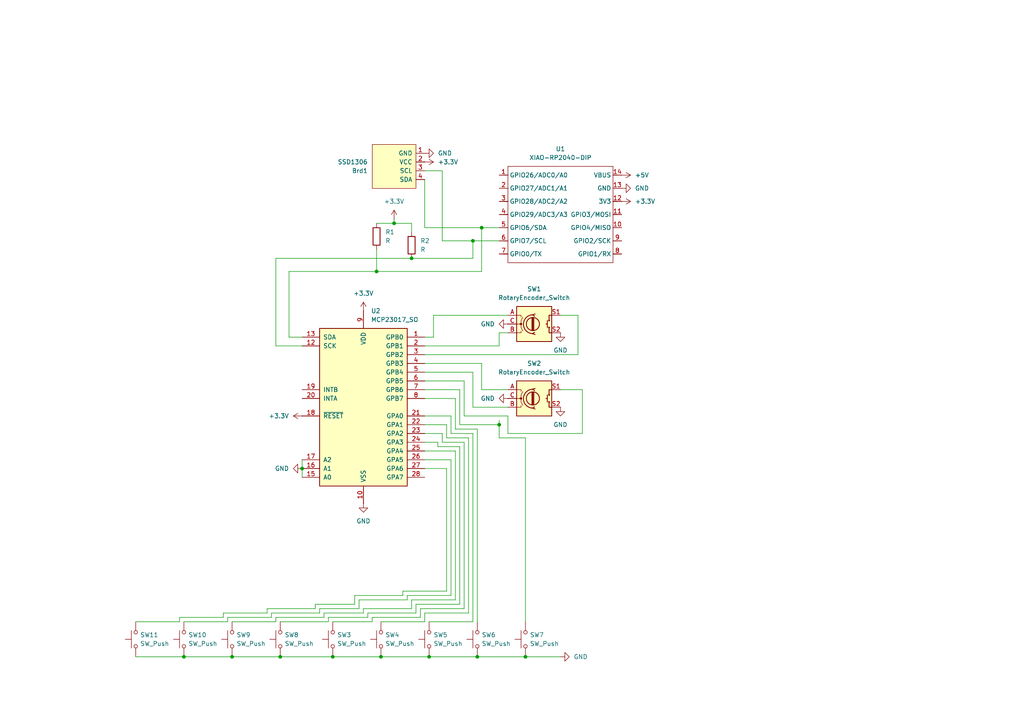
<source format=kicad_sch>
(kicad_sch (version 20231120) (generator "eeschema") (generator_version "8.0")
  (paper "A4")
  (lib_symbols
    (symbol "Device:R" (pin_numbers hide) (pin_names (offset 0))
      (property "Reference" "R" (at 2.032 0 90))
      (property "Value" "R" (at 0 0 90))
      (symbol "R_0_1"
        (rectangle (start -1.016 -2.54) (end 1.016 2.54) (stroke (width 0.254)))
      )
      (symbol "R_1_1"
        (pin passive line (at 0 3.81 270) (length 1.27) (name "~") (number "1"))
        (pin passive line (at 0 -3.81 90) (length 1.27) (name "~") (number "2"))
      )
    )
    (symbol "Device:RotaryEncoder_Switch" (pin_names (offset 0.254) hide)
      (property "Reference" "SW" (at 0 6.604 0))
      (property "Value" "RotaryEncoder_Switch" (at 0 -6.604 0))
      (symbol "RotaryEncoder_Switch_0_1"
        (rectangle (start -5.08 5.08) (end 5.08 -5.08) (stroke (width 0.254)) (fill (type background)))
        (circle (center -3.81 0) (radius 0.254) (fill (type outline)))
        (circle (center -0.381 0) (radius 1.905) (stroke (width 0.254)))
        (arc (start -0.381 2.667) (mid -3.0988 -0.0635) (end -0.381 -2.794) (stroke (width 0.254)))
        (polyline (pts (xy -0.635 -1.778) (xy -0.635 1.778)) (stroke (width 0.254)))
        (polyline (pts (xy -0.381 -1.778) (xy -0.381 1.778)) (stroke (width 0.254)))
        (polyline (pts (xy -0.127 1.778) (xy -0.127 -1.778)) (stroke (width 0.254)))
        (polyline (pts (xy 3.81 0) (xy 3.429 0)) (stroke (width 0.254)))
        (polyline (pts (xy 3.81 1.016) (xy 3.81 -1.016)) (stroke (width 0.254)))
        (polyline (pts (xy -5.08 -2.54) (xy -3.81 -2.54) (xy -3.81 -2.032)))
        (polyline (pts (xy -5.08 2.54) (xy -3.81 2.54) (xy -3.81 2.032)))
        (polyline (pts (xy 0.254 -3.048) (xy -0.508 -2.794) (xy 0.127 -2.413)) (stroke (width 0.254)))
        (polyline (pts (xy 0.254 2.921) (xy -0.508 2.667) (xy 0.127 2.286)) (stroke (width 0.254)))
        (polyline (pts (xy 5.08 -2.54) (xy 4.318 -2.54) (xy 4.318 -1.016)) (stroke (width 0.254)))
        (polyline (pts (xy 5.08 2.54) (xy 4.318 2.54) (xy 4.318 1.016)) (stroke (width 0.254)))
        (polyline (pts (xy -5.08 0) (xy -3.81 0) (xy -3.81 -1.016) (xy -3.302 -2.032)))
        (polyline (pts (xy -4.318 0) (xy -3.81 0) (xy -3.81 1.016) (xy -3.302 2.032)))
        (circle (center 4.318 -1.016) (radius 0.127) (stroke (width 0.254)))
        (circle (center 4.318 1.016) (radius 0.127) (stroke (width 0.254)))
      )
      (symbol "RotaryEncoder_Switch_1_1"
        (pin passive line (at -7.62 2.54 0) (length 2.54) (name "A") (number "A"))
        (pin passive line (at -7.62 -2.54 0) (length 2.54) (name "B") (number "B"))
        (pin passive line (at -7.62 0 0) (length 2.54) (name "C") (number "C"))
        (pin passive line (at 7.62 2.54 180) (length 2.54) (name "S1") (number "S1"))
        (pin passive line (at 7.62 -2.54 180) (length 2.54) (name "S2") (number "S2"))
      )
    )
    (symbol "Interface_Expansion:MCP23017_SO" (pin_names (offset 1.016))
      (property "Reference" "U" (at -11.43 24.13 0))
      (property "Value" "MCP23017_SO" (at 0 0 0))
      (symbol "MCP23017_SO_0_1"
        (rectangle (start -12.7 22.86) (end 12.7 -22.86) (stroke (width 0.254)) (fill (type background)))
      )
      (symbol "MCP23017_SO_1_1"
        (pin bidirectional line (at 17.78 20.32 180) (length 5.08) (name "GPB0") (number "1"))
        (pin power_in line (at 0 -27.94 90) (length 5.08) (name "VSS") (number "10"))
        (pin no_connect line (at -12.7 15.24 0) (length 5.08) hide (name "NC") (number "11"))
        (pin input line (at -17.78 17.78 0) (length 5.08) (name "SCK") (number "12"))
        (pin bidirectional line (at -17.78 20.32 0) (length 5.08) (name "SDA") (number "13"))
        (pin no_connect line (at -12.7 12.7 0) (length 5.08) hide (name "NC") (number "14"))
        (pin input line (at -17.78 -20.32 0) (length 5.08) (name "A0") (number "15"))
        (pin input line (at -17.78 -17.78 0) (length 5.08) (name "A1") (number "16"))
        (pin input line (at -17.78 -15.24 0) (length 5.08) (name "A2") (number "17"))
        (pin input line (at -17.78 -2.54 0) (length 5.08) (name "~{RESET}") (number "18"))
        (pin tri_state line (at -17.78 5.08 0) (length 5.08) (name "INTB") (number "19"))
        (pin bidirectional line (at 17.78 17.78 180) (length 5.08) (name "GPB1") (number "2"))
        (pin tri_state line (at -17.78 2.54 0) (length 5.08) (name "INTA") (number "20"))
        (pin bidirectional line (at 17.78 -2.54 180) (length 5.08) (name "GPA0") (number "21"))
        (pin bidirectional line (at 17.78 -5.08 180) (length 5.08) (name "GPA1") (number "22"))
        (pin bidirectional line (at 17.78 -7.62 180) (length 5.08) (name "GPA2") (number "23"))
        (pin bidirectional line (at 17.78 -10.16 180) (length 5.08) (name "GPA3") (number "24"))
        (pin bidirectional line (at 17.78 -12.7 180) (length 5.08) (name "GPA4") (number "25"))
        (pin bidirectional line (at 17.78 -15.24 180) (length 5.08) (name "GPA5") (number "26"))
        (pin bidirectional line (at 17.78 -17.78 180) (length 5.08) (name "GPA6") (number "27"))
        (pin output line (at 17.78 -20.32 180) (length 5.08) (name "GPA7") (number "28"))
        (pin bidirectional line (at 17.78 15.24 180) (length 5.08) (name "GPB2") (number "3"))
        (pin bidirectional line (at 17.78 12.7 180) (length 5.08) (name "GPB3") (number "4"))
        (pin bidirectional line (at 17.78 10.16 180) (length 5.08) (name "GPB4") (number "5"))
        (pin bidirectional line (at 17.78 7.62 180) (length 5.08) (name "GPB5") (number "6"))
        (pin bidirectional line (at 17.78 5.08 180) (length 5.08) (name "GPB6") (number "7"))
        (pin output line (at 17.78 2.54 180) (length 5.08) (name "GPB7") (number "8"))
        (pin power_in line (at 0 27.94 270) (length 5.08) (name "VDD") (number "9"))
      )
    )
    (symbol "OLED456:SSD1306" (pin_names (offset 1.016))
      (property "Reference" "Brd" (at 0 -3.81 0))
      (property "Value" "SSD1306" (at 0 -1.27 0))
      (symbol "SSD1306_0_1"
        (rectangle (start -6.35 6.35) (end 6.35 -6.35) (fill (type background)))
      )
      (symbol "SSD1306_1_1"
        (pin input line (at -3.81 8.89 270) (length 2.54) (name "GND") (number "1"))
        (pin input line (at -1.27 8.89 270) (length 2.54) (name "VCC") (number "2"))
        (pin input line (at 1.27 8.89 270) (length 2.54) (name "SCL") (number "3"))
        (pin input line (at 3.81 8.89 270) (length 2.54) (name "SDA") (number "4"))
      )
    )
    (symbol "OPL:XIAO-RP2040-DIP"
      (property "Reference" "U" (at 0 0 0))
      (property "Value" "XIAO-RP2040-DIP" (at 5.334 -1.778 0))
      (symbol "XIAO-RP2040-DIP_1_0"
        (polyline (pts (xy -1.27 -30.48) (xy -1.27 -16.51)) (stroke (width 0.1524)))
        (polyline (pts (xy -1.27 -27.94) (xy -2.54 -27.94)) (stroke (width 0.1524)))
        (polyline (pts (xy -1.27 -24.13) (xy -2.54 -24.13)) (stroke (width 0.1524)))
        (polyline (pts (xy -1.27 -20.32) (xy -2.54 -20.32)) (stroke (width 0.1524)))
        (polyline (pts (xy -1.27 -16.51) (xy -2.54 -16.51)) (stroke (width 0.1524)))
        (polyline (pts (xy -1.27 -16.51) (xy -1.27 -12.7)) (stroke (width 0.1524)))
        (polyline (pts (xy -1.27 -12.7) (xy -2.54 -12.7)) (stroke (width 0.1524)))
        (polyline (pts (xy -1.27 -12.7) (xy -1.27 -8.89)) (stroke (width 0.1524)))
        (polyline (pts (xy -1.27 -8.89) (xy -2.54 -8.89)) (stroke (width 0.1524)))
        (polyline (pts (xy -1.27 -8.89) (xy -1.27 -5.08)) (stroke (width 0.1524)))
        (polyline (pts (xy -1.27 -5.08) (xy -2.54 -5.08)) (stroke (width 0.1524)))
        (polyline (pts (xy -1.27 -5.08) (xy -1.27 -2.54)) (stroke (width 0.1524)))
        (polyline (pts (xy -1.27 -2.54) (xy 29.21 -2.54)) (stroke (width 0.1524)))
        (polyline (pts (xy 29.21 -30.48) (xy -1.27 -30.48)) (stroke (width 0.1524)))
        (polyline (pts (xy 29.21 -12.7) (xy 29.21 -30.48)) (stroke (width 0.1524)))
        (polyline (pts (xy 29.21 -8.89) (xy 29.21 -12.7)) (stroke (width 0.1524)))
        (polyline (pts (xy 29.21 -5.08) (xy 29.21 -8.89)) (stroke (width 0.1524)))
        (polyline (pts (xy 29.21 -2.54) (xy 29.21 -5.08)) (stroke (width 0.1524)))
        (polyline (pts (xy 30.48 -27.94) (xy 29.21 -27.94)) (stroke (width 0.1524)))
        (polyline (pts (xy 30.48 -24.13) (xy 29.21 -24.13)) (stroke (width 0.1524)))
        (polyline (pts (xy 30.48 -20.32) (xy 29.21 -20.32)) (stroke (width 0.1524)))
        (polyline (pts (xy 30.48 -16.51) (xy 29.21 -16.51)) (stroke (width 0.1524)))
        (polyline (pts (xy 30.48 -12.7) (xy 29.21 -12.7)) (stroke (width 0.1524)))
        (polyline (pts (xy 30.48 -8.89) (xy 29.21 -8.89)) (stroke (width 0.1524)))
        (polyline (pts (xy 30.48 -5.08) (xy 29.21 -5.08)) (stroke (width 0.1524)))
        (pin passive line (at -3.81 -5.08 0) (length 2.54) (name "GPIO26/ADC0/A0") (number "1"))
        (pin passive line (at 31.75 -20.32 180) (length 2.54) (name "GPIO4/MISO") (number "10"))
        (pin passive line (at 31.75 -16.51 180) (length 2.54) (name "GPIO3/MOSI") (number "11"))
        (pin passive line (at 31.75 -12.7 180) (length 2.54) (name "3V3") (number "12"))
        (pin passive line (at 31.75 -8.89 180) (length 2.54) (name "GND") (number "13"))
        (pin passive line (at 31.75 -5.08 180) (length 2.54) (name "VBUS") (number "14"))
        (pin passive line (at -3.81 -8.89 0) (length 2.54) (name "GPIO27/ADC1/A1") (number "2"))
        (pin passive line (at -3.81 -12.7 0) (length 2.54) (name "GPIO28/ADC2/A2") (number "3"))
        (pin passive line (at -3.81 -16.51 0) (length 2.54) (name "GPIO29/ADC3/A3") (number "4"))
        (pin passive line (at -3.81 -20.32 0) (length 2.54) (name "GPIO6/SDA") (number "5"))
        (pin passive line (at -3.81 -24.13 0) (length 2.54) (name "GPIO7/SCL") (number "6"))
        (pin passive line (at -3.81 -27.94 0) (length 2.54) (name "GPIO0/TX") (number "7"))
        (pin passive line (at 31.75 -27.94 180) (length 2.54) (name "GPIO1/RX") (number "8"))
        (pin passive line (at 31.75 -24.13 180) (length 2.54) (name "GPIO2/SCK") (number "9"))
      )
    )
    (symbol "Switch:SW_Push" (pin_numbers hide) (pin_names (offset 1.016) hide)
      (property "Reference" "SW" (at 1.27 2.54 0))
      (property "Value" "SW_Push" (at 0 -1.524 0))
      (symbol "SW_Push_0_1"
        (circle (center -2.032 0) (radius 0.508))
        (polyline (pts (xy 0 1.27) (xy 0 3.048)))
        (polyline (pts (xy 2.54 1.27) (xy -2.54 1.27)))
        (circle (center 2.032 0) (radius 0.508))
        (pin passive line (at -5.08 0 0) (length 2.54) (name "1") (number "1"))
        (pin passive line (at 5.08 0 180) (length 2.54) (name "2") (number "2"))
      )
    )
    (symbol "power:+3.3V" (power) (pin_numbers hide) (pin_names (offset 0) hide)
      (property "Value" "+3.3V" (at 0 3.556 0))
      (symbol "+3.3V_0_1"
        (polyline (pts (xy -0.762 1.27) (xy 0 2.54)))
        (polyline (pts (xy 0 0) (xy 0 2.54)))
        (polyline (pts (xy 0 2.54) (xy 0.762 1.27)))
      )
      (symbol "+3.3V_1_1"
        (pin power_in line (at 0 0 90) (length 0) (name "~") (number "1"))
      )
    )
    (symbol "power:+5V" (power) (pin_numbers hide) (pin_names (offset 0) hide)
      (property "Value" "+5V" (at 0 3.556 0))
      (symbol "+5V_0_1"
        (polyline (pts (xy -0.762 1.27) (xy 0 2.54)))
        (polyline (pts (xy 0 0) (xy 0 2.54)))
        (polyline (pts (xy 0 2.54) (xy 0.762 1.27)))
      )
      (symbol "+5V_1_1"
        (pin power_in line (at 0 0 90) (length 0) (name "~") (number "1"))
      )
    )
    (symbol "power:GND" (power) (pin_numbers hide) (pin_names (offset 0) hide)
      (property "Value" "GND" (at 0 -3.81 0))
      (symbol "GND_0_1"
        (polyline (pts (xy 0 0) (xy 0 -1.27) (xy 1.27 -1.27) (xy 0 -2.54) (xy -1.27 -1.27) (xy 0 -1.27)))
      )
      (symbol "GND_1_1"
        (pin power_in line (at 0 0 270) (length 0) (name "~") (number "1"))
      )
    )
  )
  (junction (at 144.78 123.19))
  (junction (at 119.38 74.93))
  (junction (at 67.31 190.5))
  (junction (at 114.3 64.77))
  (junction (at 96.52 190.5))
  (junction (at 87.63 135.89))
  (junction (at 137.16 69.85))
  (junction (at 124.46 190.5))
  (junction (at 138.43 190.5))
  (junction (at 53.34 190.5))
  (junction (at 81.28 190.5))
  (junction (at 109.22 78.74))
  (junction (at 110.49 190.5))
  (junction (at 152.4 190.5))
  (junction (at 139.7 66.04))
  (wire (pts (xy 93.98 177.8) (xy 105.41 177.8)))
  (wire (pts (xy 80.01 74.93) (xy 119.38 74.93)))
  (wire (pts (xy 127 128.27) (xy 123.19 128.27)))
  (wire (pts (xy 125.73 91.44) (xy 125.73 97.79)))
  (wire (pts (xy 77.47 177.8) (xy 77.47 176.53)))
  (wire (pts (xy 144.78 121.92) (xy 144.78 123.19)))
  (wire (pts (xy 128.27 128.27) (xy 128.27 125.73)))
  (wire (pts (xy 167.64 91.44) (xy 167.64 102.87)))
  (wire (pts (xy 137.16 69.85) (xy 144.78 69.85)))
  (wire (pts (xy 92.71 176.53) (xy 104.14 176.53)))
  (wire (pts (xy 139.7 66.04) (xy 144.78 66.04)))
  (wire (pts (xy 66.04 180.34) (xy 66.04 179.07)))
  (wire (pts (xy 104.14 176.53) (xy 104.14 173.99)))
  (wire (pts (xy 87.63 100.33) (xy 80.01 100.33)))
  (wire (pts (xy 80.01 180.34) (xy 80.01 179.07)))
  (wire (pts (xy 168.91 125.73) (xy 147.32 125.73)))
  (wire (pts (xy 114.3 63.5) (xy 114.3 64.77)))
  (wire (pts (xy 96.52 180.34) (xy 107.95 180.34)))
  (wire (pts (xy 134.62 128.27) (xy 128.27 128.27)))
  (wire (pts (xy 109.22 72.39) (xy 109.22 78.74)))
  (wire (pts (xy 134.62 120.65) (xy 134.62 110.49)))
  (wire (pts (xy 53.34 180.34) (xy 66.04 180.34)))
  (wire (pts (xy 96.52 190.5) (xy 110.49 190.5)))
  (wire (pts (xy 119.38 74.93) (xy 137.16 74.93)))
  (wire (pts (xy 92.71 177.8) (xy 92.71 176.53)))
  (wire (pts (xy 107.95 179.07) (xy 121.92 179.07)))
  (wire (pts (xy 116.84 171.45) (xy 129.54 171.45)))
  (wire (pts (xy 152.4 190.5) (xy 162.56 190.5)))
  (wire (pts (xy 123.19 107.95) (xy 137.16 107.95)))
  (wire (pts (xy 137.16 125.73) (xy 130.81 125.73)))
  (wire (pts (xy 116.84 172.72) (xy 116.84 171.45)))
  (wire (pts (xy 134.62 176.53) (xy 134.62 128.27)))
  (wire (pts (xy 118.11 173.99) (xy 118.11 172.72)))
  (wire (pts (xy 128.27 125.73) (xy 123.19 125.73)))
  (wire (pts (xy 105.41 177.8) (xy 105.41 176.53)))
  (wire (pts (xy 124.46 180.34) (xy 137.16 180.34)))
  (wire (pts (xy 137.16 69.85) (xy 137.16 74.93)))
  (wire (pts (xy 87.63 135.89) (xy 87.63 138.43)))
  (wire (pts (xy 129.54 127) (xy 129.54 123.19)))
  (wire (pts (xy 167.64 102.87) (xy 123.19 102.87)))
  (wire (pts (xy 39.37 180.34) (xy 52.07 180.34)))
  (wire (pts (xy 95.25 179.07) (xy 106.68 179.07)))
  (wire (pts (xy 124.46 190.5) (xy 138.43 190.5)))
  (wire (pts (xy 137.16 180.34) (xy 137.16 125.73)))
  (wire (pts (xy 168.91 113.03) (xy 168.91 125.73)))
  (wire (pts (xy 109.22 64.77) (xy 114.3 64.77)))
  (wire (pts (xy 93.98 179.07) (xy 93.98 177.8)))
  (wire (pts (xy 120.65 175.26) (xy 133.35 175.26)))
  (wire (pts (xy 52.07 179.07) (xy 64.77 179.07)))
  (wire (pts (xy 80.01 100.33) (xy 80.01 74.93)))
  (wire (pts (xy 39.37 190.5) (xy 53.34 190.5)))
  (wire (pts (xy 80.01 179.07) (xy 93.98 179.07)))
  (wire (pts (xy 138.43 190.5) (xy 152.4 190.5)))
  (wire (pts (xy 152.4 180.34) (xy 152.4 127)))
  (wire (pts (xy 123.19 180.34) (xy 123.19 177.8)))
  (wire (pts (xy 147.32 125.73) (xy 147.32 120.65)))
  (wire (pts (xy 106.68 177.8) (xy 120.65 177.8)))
  (wire (pts (xy 123.19 52.07) (xy 123.19 66.04)))
  (wire (pts (xy 110.49 180.34) (xy 123.19 180.34)))
  (wire (pts (xy 128.27 49.53) (xy 128.27 69.85)))
  (wire (pts (xy 81.28 180.34) (xy 95.25 180.34)))
  (wire (pts (xy 121.92 176.53) (xy 134.62 176.53)))
  (wire (pts (xy 119.38 176.53) (xy 119.38 173.99)))
  (wire (pts (xy 139.7 66.04) (xy 139.7 78.74)))
  (wire (pts (xy 144.78 100.33) (xy 123.19 100.33)))
  (wire (pts (xy 133.35 129.54) (xy 127 129.54)))
  (wire (pts (xy 130.81 133.35) (xy 123.19 133.35)))
  (wire (pts (xy 127 129.54) (xy 127 128.27)))
  (wire (pts (xy 118.11 172.72) (xy 130.81 172.72)))
  (wire (pts (xy 133.35 123.19) (xy 133.35 113.03)))
  (wire (pts (xy 83.82 97.79) (xy 83.82 78.74)))
  (wire (pts (xy 144.78 123.19) (xy 133.35 123.19)))
  (wire (pts (xy 78.74 177.8) (xy 92.71 177.8)))
  (wire (pts (xy 133.35 175.26) (xy 133.35 129.54)))
  (wire (pts (xy 129.54 135.89) (xy 123.19 135.89)))
  (wire (pts (xy 120.65 177.8) (xy 120.65 175.26)))
  (wire (pts (xy 110.49 190.5) (xy 124.46 190.5)))
  (wire (pts (xy 91.44 176.53) (xy 91.44 175.26)))
  (wire (pts (xy 144.78 123.19) (xy 144.78 127)))
  (wire (pts (xy 64.77 177.8) (xy 77.47 177.8)))
  (wire (pts (xy 147.32 91.44) (xy 125.73 91.44)))
  (wire (pts (xy 147.32 118.11) (xy 137.16 118.11)))
  (wire (pts (xy 132.08 173.99) (xy 132.08 130.81)))
  (wire (pts (xy 132.08 124.46) (xy 132.08 115.57)))
  (wire (pts (xy 139.7 113.03) (xy 139.7 105.41)))
  (wire (pts (xy 119.38 64.77) (xy 119.38 67.31)))
  (wire (pts (xy 105.41 176.53) (xy 119.38 176.53)))
  (wire (pts (xy 66.04 179.07) (xy 78.74 179.07)))
  (wire (pts (xy 104.14 173.99) (xy 118.11 173.99)))
  (wire (pts (xy 130.81 120.65) (xy 123.19 120.65)))
  (wire (pts (xy 130.81 172.72) (xy 130.81 133.35)))
  (wire (pts (xy 119.38 173.99) (xy 132.08 173.99)))
  (wire (pts (xy 130.81 125.73) (xy 130.81 120.65)))
  (wire (pts (xy 137.16 118.11) (xy 137.16 107.95)))
  (wire (pts (xy 67.31 180.34) (xy 80.01 180.34)))
  (wire (pts (xy 135.89 127) (xy 129.54 127)))
  (wire (pts (xy 138.43 124.46) (xy 132.08 124.46)))
  (wire (pts (xy 125.73 97.79) (xy 123.19 97.79)))
  (wire (pts (xy 107.95 180.34) (xy 107.95 179.07)))
  (wire (pts (xy 78.74 179.07) (xy 78.74 177.8)))
  (wire (pts (xy 52.07 180.34) (xy 52.07 179.07)))
  (wire (pts (xy 135.89 177.8) (xy 135.89 127)))
  (wire (pts (xy 129.54 123.19) (xy 123.19 123.19)))
  (wire (pts (xy 123.19 66.04) (xy 139.7 66.04)))
  (wire (pts (xy 81.28 190.5) (xy 96.52 190.5)))
  (wire (pts (xy 106.68 179.07) (xy 106.68 177.8)))
  (wire (pts (xy 128.27 69.85) (xy 137.16 69.85)))
  (wire (pts (xy 162.56 91.44) (xy 167.64 91.44)))
  (wire (pts (xy 132.08 115.57) (xy 123.19 115.57)))
  (wire (pts (xy 132.08 130.81) (xy 123.19 130.81)))
  (wire (pts (xy 102.87 172.72) (xy 116.84 172.72)))
  (wire (pts (xy 77.47 176.53) (xy 91.44 176.53)))
  (wire (pts (xy 53.34 190.5) (xy 67.31 190.5)))
  (wire (pts (xy 147.32 120.65) (xy 134.62 120.65)))
  (wire (pts (xy 114.3 64.77) (xy 119.38 64.77)))
  (wire (pts (xy 134.62 110.49) (xy 123.19 110.49)))
  (wire (pts (xy 144.78 96.52) (xy 144.78 100.33)))
  (wire (pts (xy 87.63 97.79) (xy 83.82 97.79)))
  (wire (pts (xy 147.32 96.52) (xy 144.78 96.52)))
  (wire (pts (xy 64.77 179.07) (xy 64.77 177.8)))
  (wire (pts (xy 121.92 179.07) (xy 121.92 176.53)))
  (wire (pts (xy 95.25 180.34) (xy 95.25 179.07)))
  (wire (pts (xy 102.87 175.26) (xy 102.87 172.72)))
  (wire (pts (xy 67.31 190.5) (xy 81.28 190.5)))
  (wire (pts (xy 133.35 113.03) (xy 123.19 113.03)))
  (wire (pts (xy 109.22 78.74) (xy 139.7 78.74)))
  (wire (pts (xy 91.44 175.26) (xy 102.87 175.26)))
  (wire (pts (xy 138.43 180.34) (xy 138.43 124.46)))
  (wire (pts (xy 129.54 171.45) (xy 129.54 135.89)))
  (wire (pts (xy 147.32 113.03) (xy 139.7 113.03)))
  (wire (pts (xy 87.63 133.35) (xy 87.63 135.89)))
  (wire (pts (xy 123.19 177.8) (xy 135.89 177.8)))
  (wire (pts (xy 162.56 113.03) (xy 168.91 113.03)))
  (wire (pts (xy 123.19 49.53) (xy 128.27 49.53)))
  (wire (pts (xy 139.7 105.41) (xy 123.19 105.41)))
  (wire (pts (xy 152.4 127) (xy 144.78 127)))
  (wire (pts (xy 83.82 78.74) (xy 109.22 78.74)))
  (symbol (lib_id "Device:RotaryEncoder_Switch") (at 154.94 115.57 0) (unit 1)
    (property "Reference" "SW2" (at 154.94 105.41 0))
    (property "Value" "RotaryEncoder_Switch" (at 154.94 107.95 0))
    (property "Footprint" "Rotary_Encoder:RotaryEncoder_Alps_EC11E-Switch_Vertical_H20mm_CircularMountingHoles" (effects (hide yes)))
    (property "Description" "Rotary encoder, dual channel, incremental quadrate outputs, with switch" (effects (hide yes)))
  )
  (symbol (lib_id "power:GND") (at 147.32 93.98 270) (unit 1)
    (property "Reference" "#PWR09" (effects (hide yes)))
    (property "Value" "GND" (at 143.51 93.9799 90) (effects (justify right)))
    (property "Description" "Power symbol creates a global label with name \"GND\" , ground" (effects (hide yes)))
  )
  (symbol (lib_id "power:GND") (at 147.32 115.57 270) (unit 1)
    (property "Reference" "#PWR011" (effects (hide yes)))
    (property "Value" "GND" (at 143.51 115.5699 90) (effects (justify right)))
    (property "Description" "Power symbol creates a global label with name \"GND\" , ground" (effects (hide yes)))
  )
  (symbol (lib_id "power:GND") (at 180.34 54.61 90) (unit 1)
    (property "Reference" "#PWR05" (effects (hide yes)))
    (property "Value" "GND" (at 184.15 54.6099 90) (effects (justify right)))
    (property "Description" "Power symbol creates a global label with name \"GND\" , ground" (effects (hide yes)))
  )
  (symbol (lib_id "power:+5V") (at 180.34 50.8 270) (unit 1)
    (property "Reference" "#PWR06" (effects (hide yes)))
    (property "Value" "+5V" (at 184.15 50.7999 90) (effects (justify left)))
    (property "Description" "Power symbol creates a global label with name \"+5V\"" (effects (hide yes)))
  )
  (symbol (lib_id "power:GND") (at 162.56 190.5 90) (unit 1)
    (property "Reference" "#PWR015" (effects (hide yes)))
    (property "Value" "GND" (at 166.37 190.4999 90) (effects (justify right)))
    (property "Description" "Power symbol creates a global label with name \"GND\" , ground" (effects (hide yes)))
  )
  (symbol (lib_id "Device:R") (at 109.22 68.58 0) (unit 1)
    (property "Reference" "R1" (at 111.76 67.3099 0) (effects (justify left)))
    (property "Value" "R" (at 111.76 69.8499 0) (effects (justify left)))
    (property "Footprint" "Resistor_THT:R_Axial_DIN0204_L3.6mm_D1.6mm_P7.62mm_Horizontal" (effects (hide yes)))
    (property "Description" "Resistor" (effects (hide yes)))
  )
  (symbol (lib_id "power:GND") (at 105.41 146.05 0) (unit 1)
    (property "Reference" "#PWR01" (effects (hide yes)))
    (property "Value" "GND" (at 105.41 151.13 0))
    (property "Description" "Power symbol creates a global label with name \"GND\" , ground" (effects (hide yes)))
  )
  (symbol (lib_id "power:GND") (at 162.56 96.52 0) (unit 1)
    (property "Reference" "#PWR010" (effects (hide yes)))
    (property "Value" "GND" (at 162.56 101.6 0))
    (property "Description" "Power symbol creates a global label with name \"GND\" , ground" (effects (hide yes)))
  )
  (symbol (lib_id "power:+3.3V") (at 114.3 63.5 0) (unit 1)
    (property "Reference" "#PWR08" (effects (hide yes)))
    (property "Value" "+3.3V" (at 114.3 58.42 0))
    (property "Description" "Power symbol creates a global label with name \"+3.3V\"" (effects (hide yes)))
  )
  (symbol (lib_id "power:+3.3V") (at 123.19 46.99 270) (unit 1)
    (property "Reference" "#PWR014" (effects (hide yes)))
    (property "Value" "+3.3V" (at 127 46.9901 90) (effects (justify left)))
    (property "Description" "Power symbol creates a global label with name \"+3.3V\"" (effects (hide yes)))
  )
  (symbol (lib_id "OLED456:SSD1306") (at 114.3 48.26 270) (unit 1)
    (property "Reference" "Brd1" (at 106.68 49.5301 90) (effects (justify right)))
    (property "Value" "SSD1306" (at 106.68 46.9901 90) (effects (justify right)))
    (property "Footprint" "Connector_PinHeader_2.54mm:PinHeader_1x04_P2.54mm_Horizontal" (effects (hide yes)))
    (property "Description" "SSD1306 OLED" (effects (hide yes)))
  )
  (symbol (lib_id "Switch:SW_Push") (at 39.37 185.42 90) (unit 1)
    (property "Reference" "SW11" (at 40.64 184.1499 90) (effects (justify right)))
    (property "Value" "SW_Push" (at 40.64 186.6899 90) (effects (justify right)))
    (property "Footprint" "Button_Switch_Keyboard:SW_Cherry_MX_1.00u_PCB" (effects (hide yes)))
    (property "Description" "Push button switch, generic, two pins" (effects (hide yes)))
  )
  (symbol (lib_id "Switch:SW_Push") (at 152.4 185.42 90) (unit 1)
    (property "Reference" "SW7" (at 153.67 184.1499 90) (effects (justify right)))
    (property "Value" "SW_Push" (at 153.67 186.6899 90) (effects (justify right)))
    (property "Footprint" "Button_Switch_Keyboard:SW_Cherry_MX_1.00u_PCB" (effects (hide yes)))
    (property "Description" "Push button switch, generic, two pins" (effects (hide yes)))
  )
  (symbol (lib_id "power:GND") (at 162.56 118.11 0) (unit 1)
    (property "Reference" "#PWR012" (effects (hide yes)))
    (property "Value" "GND" (at 162.56 123.19 0))
    (property "Description" "Power symbol creates a global label with name \"GND\" , ground" (effects (hide yes)))
  )
  (symbol (lib_id "Switch:SW_Push") (at 138.43 185.42 90) (unit 1)
    (property "Reference" "SW6" (at 139.7 184.1499 90) (effects (justify right)))
    (property "Value" "SW_Push" (at 139.7 186.6899 90) (effects (justify right)))
    (property "Footprint" "Button_Switch_Keyboard:SW_Cherry_MX_1.00u_PCB" (effects (hide yes)))
    (property "Description" "Push button switch, generic, two pins" (effects (hide yes)))
  )
  (symbol (lib_id "Switch:SW_Push") (at 53.34 185.42 90) (unit 1)
    (property "Reference" "SW10" (at 54.61 184.1499 90) (effects (justify right)))
    (property "Value" "SW_Push" (at 54.61 186.6899 90) (effects (justify right)))
    (property "Footprint" "Button_Switch_Keyboard:SW_Cherry_MX_1.00u_PCB" (effects (hide yes)))
    (property "Description" "Push button switch, generic, two pins" (effects (hide yes)))
  )
  (symbol (lib_id "Switch:SW_Push") (at 67.31 185.42 90) (unit 1)
    (property "Reference" "SW9" (at 68.58 184.1499 90) (effects (justify right)))
    (property "Value" "SW_Push" (at 68.58 186.6899 90) (effects (justify right)))
    (property "Footprint" "Button_Switch_Keyboard:SW_Cherry_MX_1.00u_PCB" (effects (hide yes)))
    (property "Description" "Push button switch, generic, two pins" (effects (hide yes)))
  )
  (symbol (lib_id "Switch:SW_Push") (at 81.28 185.42 90) (unit 1)
    (property "Reference" "SW8" (at 82.55 184.1499 90) (effects (justify right)))
    (property "Value" "SW_Push" (at 82.55 186.6899 90) (effects (justify right)))
    (property "Footprint" "Button_Switch_Keyboard:SW_Cherry_MX_1.00u_PCB" (effects (hide yes)))
    (property "Description" "Push button switch, generic, two pins" (effects (hide yes)))
  )
  (symbol (lib_id "power:+3.3V") (at 105.41 90.17 0) (unit 1)
    (property "Reference" "#PWR02" (effects (hide yes)))
    (property "Value" "+3.3V" (at 105.41 85.09 0))
    (property "Description" "Power symbol creates a global label with name \"+3.3V\"" (effects (hide yes)))
  )
  (symbol (lib_id "OPL:XIAO-RP2040-DIP") (at 148.59 45.72 0) (unit 1)
    (property "Reference" "U1" (at 162.56 43.18 0))
    (property "Value" "XIAO-RP2040-DIP" (at 162.56 45.72 0))
    (property "Footprint" "OPL:XIAO-RP2040-DIP" (effects (hide yes)))
  )
  (symbol (lib_id "Interface_Expansion:MCP23017_SO") (at 105.41 118.11 0) (unit 1)
    (property "Reference" "U2" (at 107.6041 90.17 0) (effects (justify left)))
    (property "Value" "MCP23017_SO" (at 107.6041 92.71 0) (effects (justify left)))
    (property "Footprint" "Package_SO:SOIC-28W_7.5x17.9mm_P1.27mm" (effects (hide yes)))
    (property "Datasheet" "https://ww1.microchip.com/downloads/aemDocuments/documents/APID/ProductDocuments/DataSheets/MCP23017-Data-Sheet-DS20001952.pdf" (effects (hide yes)))
    (property "Description" "16-bit I/O expander, I2C, interrupts, w pull-ups, GPA/B7 output only (https://microchip.my.site.com/s/article/GPA7---GPB7-Cannot-Be-Used-as-Inputs-In-MCP23017),  SOIC-28" (effects (hide yes)))
  )
  (symbol (lib_id "Device:RotaryEncoder_Switch") (at 154.94 93.98 0) (unit 1)
    (property "Reference" "SW1" (at 154.94 83.82 0))
    (property "Value" "RotaryEncoder_Switch" (at 154.94 86.36 0))
    (property "Footprint" "Rotary_Encoder:RotaryEncoder_Alps_EC11E-Switch_Vertical_H20mm_CircularMountingHoles" (effects (hide yes)))
    (property "Description" "Rotary encoder, dual channel, incremental quadrate outputs, with switch" (effects (hide yes)))
  )
  (symbol (lib_id "power:GND") (at 87.63 135.89 270) (unit 1)
    (property "Reference" "#PWR07" (effects (hide yes)))
    (property "Value" "GND" (at 83.82 135.8899 90) (effects (justify right)))
    (property "Description" "Power symbol creates a global label with name \"GND\" , ground" (effects (hide yes)))
  )
  (symbol (lib_id "Switch:SW_Push") (at 110.49 185.42 90) (unit 1)
    (property "Reference" "SW4" (at 111.76 184.1499 90) (effects (justify right)))
    (property "Value" "SW_Push" (at 111.76 186.6899 90) (effects (justify right)))
    (property "Footprint" "Button_Switch_Keyboard:SW_Cherry_MX_1.00u_PCB" (effects (hide yes)))
    (property "Description" "Push button switch, generic, two pins" (effects (hide yes)))
  )
  (symbol (lib_id "Switch:SW_Push") (at 96.52 185.42 90) (unit 1)
    (property "Reference" "SW3" (at 97.79 184.1499 90) (effects (justify right)))
    (property "Value" "SW_Push" (at 97.79 186.6899 90) (effects (justify right)))
    (property "Footprint" "Button_Switch_Keyboard:SW_Cherry_MX_1.00u_PCB" (effects (hide yes)))
    (property "Description" "Push button switch, generic, two pins" (effects (hide yes)))
  )
  (symbol (lib_id "Switch:SW_Push") (at 124.46 185.42 90) (unit 1)
    (property "Reference" "SW5" (at 125.73 184.1499 90) (effects (justify right)))
    (property "Value" "SW_Push" (at 125.73 186.6899 90) (effects (justify right)))
    (property "Footprint" "Button_Switch_Keyboard:SW_Cherry_MX_1.00u_PCB" (effects (hide yes)))
    (property "Description" "Push button switch, generic, two pins" (effects (hide yes)))
  )
  (symbol (lib_id "Device:R") (at 119.38 71.12 0) (unit 1)
    (property "Reference" "R2" (at 121.92 69.8499 0) (effects (justify left)))
    (property "Value" "R" (at 121.92 72.3899 0) (effects (justify left)))
    (property "Footprint" "Resistor_THT:R_Axial_DIN0204_L3.6mm_D1.6mm_P7.62mm_Horizontal" (effects (hide yes)))
    (property "Description" "Resistor" (effects (hide yes)))
  )
  (symbol (lib_id "power:+3.3V") (at 180.34 58.42 270) (unit 1)
    (property "Reference" "#PWR04" (effects (hide yes)))
    (property "Value" "+3.3V" (at 184.15 58.4199 90) (effects (justify left)))
    (property "Description" "Power symbol creates a global label with name \"+3.3V\"" (effects (hide yes)))
  )
  (symbol (lib_id "power:+3.3V") (at 87.63 120.65 90) (unit 1)
    (property "Reference" "#PWR03" (effects (hide yes)))
    (property "Value" "+3.3V" (at 83.82 120.6499 90) (effects (justify left)))
    (property "Description" "Power symbol creates a global label with name \"+3.3V\"" (effects (hide yes)))
  )
  (symbol (lib_id "power:GND") (at 123.19 44.45 90) (unit 1)
    (property "Reference" "#PWR013" (effects (hide yes)))
    (property "Value" "GND" (at 127 44.4501 90) (effects (justify right)))
    (property "Description" "Power symbol creates a global label with name \"GND\" , ground" (effects (hide yes)))
  )
)
</source>
